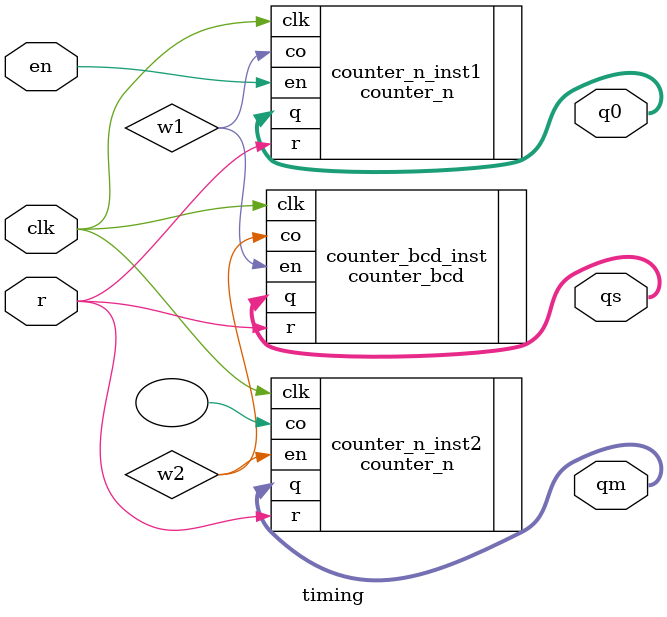
<source format=v>
module timing(clk,r,en,q0,qs,qm);
input en,r,clk;
output [3:0]q0,qm;
output [7:0]qs;
wire w1,w2;

counter_n #(.n(10),.counter_bits(4)) counter_n_inst1(.clk(clk),
.en(en),
.r(r)
,.q(q0),.co(w1)  );


counter_bcd counter_bcd_inst(.clk(clk),
.en(w1),
.r(r)
,.q(qs),.co(w2)  );


counter_n #(.n(10),.counter_bits(4)) counter_n_inst2(.clk(clk),
.en(w2),
.r(r)
,.q(qm),.co()  );

endmodule 
</source>
